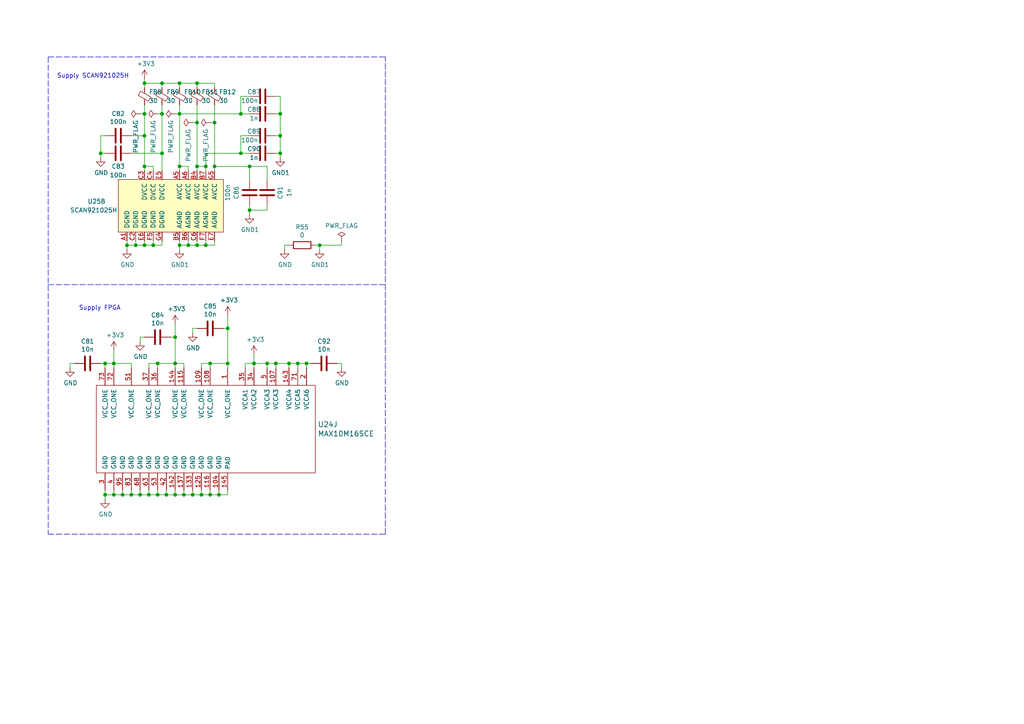
<source format=kicad_sch>
(kicad_sch (version 20250114) (generator "eeschema") (generator_version "9.0")
  (paper "A4")
  (title_block (title "TDS Transmitter -  FPGA Power") (date "2025-02-17") (company "(C) 2025 ETH Zurich, Y. Acremann") (comment 1 "License:  GNU public license v. 3.0"))
  (lib_symbols
    (symbol "Device:C" (pin_numbers (hide yes)) (pin_names (offset 0.254))
      (property "Reference" "C" (at 0.635 2.54 0))
      (property "Value" "Device_C" (at 0.635 -2.54 0))
      (symbol "C_0_1"
        (polyline (pts (xy -2.032 0.762) (xy 2.032 0.762)) (stroke (width 0.508)))
        (polyline (pts (xy -2.032 -0.762) (xy 2.032 -0.762)) (stroke (width 0.508)))
      )
      (symbol "C_1_1"
        (pin passive line (at 0 3.81 270) (length 2.794) (name "~") (number "1"))
        (pin passive line (at 0 -3.81 90) (length 2.794) (name "~") (number "2"))
      )
    )
    (symbol "Device:Ferrite_Bead_Small" (pin_numbers (hide yes)) (pin_names (offset 0))
      (property "Reference" "FB" (at 1.905 1.27 0))
      (property "Value" "Device_Ferrite_Bead_Small" (at 1.905 -1.27 0))
      (symbol "Ferrite_Bead_Small_0_1"
        (polyline (pts (xy -1.8288 0.2794) (xy -1.1176 1.4986) (xy 1.8288 -0.2032) (xy 1.1176 -1.4224) (xy -1.8288 0.2794)))
        (polyline (pts (xy 0 0.889) (xy 0 1.2954)))
        (polyline (pts (xy 0 -1.27) (xy 0 -0.7874)))
      )
      (symbol "Ferrite_Bead_Small_1_1"
        (pin passive line (at 0 2.54 270) (length 1.27) (name "~") (number "1"))
        (pin passive line (at 0 -2.54 90) (length 1.27) (name "~") (number "2"))
      )
    )
    (symbol "Device:R" (pin_numbers (hide yes)) (pin_names (offset 0))
      (property "Reference" "R" (at 2.032 0 90))
      (property "Value" "Device_R" (at 0 0 90))
      (symbol "R_0_1"
        (rectangle (start -1.016 -2.54) (end 1.016 2.54) (stroke (width 0.254)))
      )
      (symbol "R_1_1"
        (pin passive line (at 0 3.81 270) (length 1.27) (name "~") (number "1"))
        (pin passive line (at 0 -3.81 90) (length 1.27) (name "~") (number "2"))
      )
    )
    (symbol "Intel-Max10-FPGA:MAX10M16SCE" (pin_names (offset 1.016))
      (property "Reference" "U" (at 0 0 0))
      (property "Value" "MAX10M16SCE" (at -1.27 2.54 0))
      (symbol "MAX10M16SCE_1_0"
        (rectangle (start -16.51 8.89) (end 21.59 -15.24))
        (text "Config" (at -12.7 10.16 0) (effects (font (size 1.4986 1.4986))))
      )
      (symbol "MAX10M16SCE_1_1"
        (pin input line (at -21.59 6.35 0) (length 5.08) (name "TCK") (number "18"))
        (pin output line (at -21.59 3.81 0) (length 5.08) (name "TDO") (number "20"))
        (pin input line (at -21.59 1.27 0) (length 5.08) (name "TMS") (number "16"))
        (pin input line (at -21.59 -1.27 0) (length 5.08) (name "TDI") (number "19"))
        (pin input line (at -21.59 -7.62 0) (length 5.08) (name "DEV_OE") (number "122"))
        (pin input line (at -21.59 -10.16 0) (length 5.08) (name "DEV_CLRn") (number "121"))
        (pin bidirectional line (at 26.67 6.35 180) (length 5.08) (name "JTAGEN") (number "15"))
        (pin tri_state line (at 26.67 1.27 180) (length 5.08) (name "nSTATUS") (number "136"))
        (pin tri_state line (at 26.67 -1.27 180) (length 5.08) (name "CONF_DONE") (number "138"))
        (pin tri_state line (at 26.67 -3.81 180) (length 5.08) (name "nCONFIG") (number "129"))
        (pin input line (at 26.67 -10.16 180) (length 5.08) (name "CONFIG_SEL") (number "126"))
        (pin bidirectional line (at 26.67 -12.7 180) (length 5.08) (name "CRC_ERROR") (number "134"))
      )
      (symbol "MAX10M16SCE_2_0"
        (text "Bank 1" (at 6.35 21.59 0) (effects (font (size 1.4986 1.4986))))
      )
      (symbol "MAX10M16SCE_2_1"
        (rectangle (start -12.7 20.32) (end 11.43 -12.7))
        (pin power_in line (at -10.16 25.4 270) (length 5.08) (name "VCCIO1B") (number "23"))
        (pin power_in line (at -6.35 25.4 270) (length 5.08) (name "VCCIO1A") (number "9"))
        (pin passive line (at -1.27 25.4 270) (length 5.08) (name "VREFB1N0") (number "17"))
        (pin bidirectional line (at 16.51 19.05 180) (length 5.08) (name "IO") (number "6"))
        (pin bidirectional line (at 16.51 16.51 180) (length 5.08) (name "IO") (number "7"))
        (pin bidirectional line (at 16.51 13.97 180) (length 5.08) (name "IO") (number "8"))
        (pin bidirectional line (at 16.51 11.43 180) (length 5.08) (name "IO") (number "10"))
        (pin bidirectional line (at 16.51 8.89 180) (length 5.08) (name "IO") (number "11"))
        (pin bidirectional line (at 16.51 6.35 180) (length 5.08) (name "IO") (number "12"))
        (pin bidirectional line (at 16.51 3.81 180) (length 5.08) (name "IO") (number "13"))
        (pin bidirectional line (at 16.51 1.27 180) (length 5.08) (name "IO") (number "14"))
        (pin bidirectional line (at 16.51 -3.81 180) (length 5.08) (name "IO") (number "21"))
        (pin bidirectional line (at 16.51 -6.35 180) (length 5.08) (name "IO") (number "22"))
        (pin bidirectional line (at 16.51 -8.89 180) (length 5.08) (name "IO") (number "24"))
        (pin bidirectional line (at 16.51 -11.43 180) (length 5.08) (name "IO") (number "25"))
      )
      (symbol "MAX10M16SCE_3_0"
        (rectangle (start -11.43 16.51) (end 27.94 -8.89))
        (text "Bank2" (at 17.78 17.78 0) (effects (font (size 1.4986 1.4986))))
      )
      (symbol "MAX10M16SCE_3_1"
        (pin power_in line (at -3.81 21.59 270) (length 5.08) (name "VCCIO2") (number "31"))
        (pin passive line (at 1.27 21.59 270) (length 5.08) (name "VREFB2N0") (number "30"))
        (pin bidirectional line (at 33.02 6.35 180) (length 5.08) (name "IO/CLK0n") (number "26"))
        (pin bidirectional line (at 33.02 3.81 180) (length 5.08) (name "IO/CLK0p") (number "27"))
        (pin bidirectional line (at 33.02 1.27 180) (length 5.08) (name "IO/CLK1n") (number "28"))
        (pin bidirectional line (at 33.02 -1.27 180) (length 5.08) (name "IO/CLK1p") (number "29"))
        (pin bidirectional line (at 33.02 -3.81 180) (length 5.08) (name "IO/PLL_L_CLKOUTn") (number "32"))
        (pin bidirectional line (at 33.02 -6.35 180) (length 5.08) (name "IO/PLL_L_CLKOUTp") (number "33"))
      )
      (symbol "MAX10M16SCE_4_0"
        (rectangle (start -12.7 17.78) (end 12.7 -27.94))
        (text "Bank3" (at 7.62 19.05 0) (effects (font (size 1.4986 1.4986))))
      )
      (symbol "MAX10M16SCE_4_1"
        (pin power_in line (at -7.62 22.86 270) (length 5.08) (name "VCCIO3") (number "49"))
        (pin power_in line (at -5.08 22.86 270) (length 5.08) (name "VCCIO3") (number "40"))
        (pin passive line (at 2.54 22.86 270) (length 5.08) (name "VREFN3N0") (number "48"))
        (pin bidirectional line (at 17.78 15.24 180) (length 5.08) (name "IO") (number "38"))
        (pin bidirectional line (at 17.78 12.7 180) (length 5.08) (name "IO") (number "39"))
        (pin bidirectional line (at 17.78 10.16 180) (length 5.08) (name "IO") (number "41"))
        (pin bidirectional line (at 17.78 7.62 180) (length 5.08) (name "IO") (number "43"))
        (pin bidirectional line (at 17.78 5.08 180) (length 5.08) (name "IO") (number "44"))
        (pin bidirectional line (at 17.78 2.54 180) (length 5.08) (name "IO") (number "45"))
        (pin bidirectional line (at 17.78 0 180) (length 5.08) (name "IO") (number "46"))
        (pin bidirectional line (at 17.78 -2.54 180) (length 5.08) (name "IO") (number "47"))
        (pin bidirectional line (at 17.78 -5.08 180) (length 5.08) (name "IO") (number "50"))
        (pin bidirectional line (at 17.78 -7.62 180) (length 5.08) (name "IO") (number "52"))
        (pin bidirectional line (at 17.78 -10.16 180) (length 5.08) (name "IO") (number "54"))
        (pin bidirectional line (at 17.78 -12.7 180) (length 5.08) (name "IO/CLK6n") (number "55"))
        (pin bidirectional line (at 17.78 -15.24 180) (length 5.08) (name "IO/CLK6p") (number "56"))
        (pin bidirectional line (at 17.78 -17.78 180) (length 5.08) (name "IO/CLK7n") (number "57"))
        (pin bidirectional line (at 17.78 -20.32 180) (length 5.08) (name "IO/CLK7p") (number "58"))
        (pin bidirectional line (at 17.78 -22.86 180) (length 5.08) (name "IO") (number "59"))
        (pin bidirectional line (at 17.78 -25.4 180) (length 5.08) (name "IO") (number "60"))
      )
      (symbol "MAX10M16SCE_5_0"
        (rectangle (start -10.16 16.51) (end 13.97 -2.54))
        (text "Bank4" (at 8.89 17.78 0) (effects (font (size 1.4986 1.4986))))
      )
      (symbol "MAX10M16SCE_5_1"
        (pin power_in line (at -2.54 21.59 270) (length 5.08) (name "VCCIO4") (number "67"))
        (pin passive line (at 3.81 21.59 270) (length 5.08) (name "VREFB4N0") (number "61"))
        (pin bidirectional line (at 19.05 13.97 180) (length 5.08) (name "IO") (number "62"))
        (pin bidirectional line (at 19.05 11.43 180) (length 5.08) (name "IO") (number "64"))
        (pin bidirectional line (at 19.05 8.89 180) (length 5.08) (name "IO") (number "65"))
        (pin bidirectional line (at 19.05 6.35 180) (length 5.08) (name "IO") (number "66"))
        (pin bidirectional line (at 19.05 3.81 180) (length 5.08) (name "IO") (number "69"))
        (pin bidirectional line (at 19.05 1.27 180) (length 5.08) (name "IO") (number "70"))
      )
      (symbol "MAX10M16SCE_6_0"
        (rectangle (start -13.97 19.05) (end 11.43 -13.97))
        (text "Bank5" (at 7.62 20.32 0) (effects (font (size 1.4986 1.4986))))
      )
      (symbol "MAX10M16SCE_6_1"
        (pin power_in line (at -11.43 24.13 270) (length 5.08) (name "VCCIO5") (number "82"))
        (pin passive line (at -6.35 24.13 270) (length 5.08) (name "VREFB5N0") (number "80"))
        (pin bidirectional line (at 16.51 15.24 180) (length 5.08) (name "IO/RUP") (number "75"))
        (pin bidirectional line (at 16.51 12.7 180) (length 5.08) (name "IO") (number "74"))
        (pin bidirectional line (at 16.51 10.16 180) (length 5.08) (name "IO/RDN") (number "77"))
        (pin bidirectional line (at 16.51 7.62 180) (length 5.08) (name "IO") (number "76"))
        (pin bidirectional line (at 16.51 5.08 180) (length 5.08) (name "IO") (number "79"))
        (pin bidirectional line (at 16.51 2.54 180) (length 5.08) (name "IO") (number "78"))
        (pin bidirectional line (at 16.51 0 180) (length 5.08) (name "IO") (number "81"))
        (pin bidirectional line (at 16.51 -2.54 180) (length 5.08) (name "IO") (number "85"))
        (pin bidirectional line (at 16.51 -5.08 180) (length 5.08) (name "IO") (number "84"))
        (pin bidirectional line (at 16.51 -7.62 180) (length 5.08) (name "IO") (number "87"))
        (pin bidirectional line (at 16.51 -10.16 180) (length 5.08) (name "IO") (number "86"))
      )
      (symbol "MAX10M16SCE_7_0"
        (rectangle (start -11.43 22.86) (end 20.32 -15.24))
        (text "Bank6" (at 16.51 24.13 0) (effects (font (size 1.4986 1.4986))))
      )
      (symbol "MAX10M16SCE_7_1"
        (pin power_in line (at -5.08 27.94 270) (length 5.08) (name "VCCIO6") (number "94"))
        (pin power_in line (at -2.54 27.94 270) (length 5.08) (name "VCCIO6") (number "103"))
        (pin passive line (at 6.35 27.94 270) (length 5.08) (name "VREFB6N0") (number "97"))
        (pin bidirectional line (at 25.4 20.32 180) (length 5.08) (name "IO/CLK2p") (number "88"))
        (pin bidirectional line (at 25.4 17.78 180) (length 5.08) (name "IO/CLK2n") (number "89"))
        (pin bidirectional line (at 25.4 15.24 180) (length 5.08) (name "IO/CLK3p") (number "90"))
        (pin bidirectional line (at 25.4 12.7 180) (length 5.08) (name "IO/CLK3n") (number "91"))
        (pin bidirectional line (at 25.4 10.16 180) (length 5.08) (name "IO") (number "92"))
        (pin bidirectional line (at 25.4 7.62 180) (length 5.08) (name "IO") (number "93"))
        (pin bidirectional line (at 25.4 5.08 180) (length 5.08) (name "IO/DPCLK3") (number "96"))
        (pin bidirectional line (at 25.4 2.54 180) (length 5.08) (name "IO/DPCLK2") (number "98"))
        (pin bidirectional line (at 25.4 0 180) (length 5.08) (name "IO") (number "99"))
        (pin bidirectional line (at 25.4 -2.54 180) (length 5.08) (name "IO") (number "100"))
        (pin bidirectional line (at 25.4 -5.08 180) (length 5.08) (name "IO") (number "101"))
        (pin bidirectional line (at 25.4 -7.62 180) (length 5.08) (name "IO") (number "102"))
        (pin bidirectional line (at 25.4 -10.16 180) (length 5.08) (name "IO") (number "105"))
        (pin bidirectional line (at 25.4 -12.7 180) (length 5.08) (name "IO") (number "106"))
      )
      (symbol "MAX10M16SCE_8_0"
        (rectangle (start -11.43 16.51) (end 12.7 -8.89))
        (text "Bank7" (at 8.89 17.78 0) (effects (font (size 1.4986 1.4986))))
      )
      (symbol "MAX10M16SCE_8_1"
        (pin power_in line (at -2.54 21.59 270) (length 5.08) (name "VCCIO7") (number "117"))
        (pin passive line (at 3.81 21.59 270) (length 5.08) (name "VREFB7N0") (number "112"))
        (pin bidirectional line (at 17.78 6.35 180) (length 5.08) (name "IO") (number "110"))
        (pin bidirectional line (at 17.78 3.81 180) (length 5.08) (name "IO") (number "111"))
        (pin bidirectional line (at 17.78 1.27 180) (length 5.08) (name "IO") (number "113"))
        (pin bidirectional line (at 17.78 -1.27 180) (length 5.08) (name "IO") (number "114"))
        (pin bidirectional line (at 17.78 -3.81 180) (length 5.08) (name "IO") (number "118"))
        (pin bidirectional line (at 17.78 -6.35 180) (length 5.08) (name "IO") (number "119"))
      )
      (symbol "MAX10M16SCE_9_0"
        (rectangle (start -11.43 15.24) (end 13.97 -15.24))
        (text "Bank8" (at 10.16 16.51 0) (effects (font (size 1.4986 1.4986))))
      )
      (symbol "MAX10M16SCE_9_1"
        (pin power_in line (at -6.35 20.32 270) (length 5.08) (name "VCCIO8") (number "128"))
        (pin power_in line (at -1.27 20.32 270) (length 5.08) (name "VCCIO8") (number "139"))
        (pin passive line (at 3.81 20.32 270) (length 5.08) (name "VREFB8N0") (number "123"))
        (pin bidirectional line (at 19.05 10.16 180) (length 5.08) (name "IO") (number "120"))
        (pin bidirectional line (at 19.05 7.62 180) (length 5.08) (name "IO") (number "124"))
        (pin bidirectional line (at 19.05 5.08 180) (length 5.08) (name "IO") (number "127"))
        (pin bidirectional line (at 19.05 2.54 180) (length 5.08) (name "IO") (number "130"))
        (pin bidirectional line (at 19.05 0 180) (length 5.08) (name "IO") (number "131"))
        (pin bidirectional line (at 19.05 -2.54 180) (length 5.08) (name "IO") (number "132"))
        (pin bidirectional line (at 19.05 -5.08 180) (length 5.08) (name "IO") (number "135"))
        (pin bidirectional line (at 19.05 -7.62 180) (length 5.08) (name "IO") (number "140"))
        (pin bidirectional line (at 19.05 -10.16 180) (length 5.08) (name "IO") (number "141"))
      )
      (symbol "MAX10M16SCE_10_1"
        (rectangle (start -12.7 16.51) (end 50.8 -8.89))
        (pin power_in line (at -10.16 21.59 270) (length 5.08) (name "VCC_ONE") (number "73"))
        (pin power_in line (at -10.16 -13.97 90) (length 5.08) (name "GND") (number "3"))
        (pin power_in line (at -7.62 21.59 270) (length 5.08) (name "VCC_ONE") (number "72"))
        (pin power_in line (at -7.62 -13.97 90) (length 5.08) (name "GND") (number "4"))
        (pin power_in line (at -5.08 -13.97 90) (length 5.08) (name "GND") (number "95"))
        (pin power_in line (at -2.54 21.59 270) (length 5.08) (name "VCC_ONE") (number "51"))
        (pin power_in line (at -2.54 -13.97 90) (length 5.08) (name "GND") (number "83"))
        (pin power_in line (at 0 -13.97 90) (length 5.08) (name "GND") (number "68"))
        (pin power_in line (at 2.54 21.59 270) (length 5.08) (name "VCC_ONE") (number "37"))
        (pin power_in line (at 2.54 -13.97 90) (length 5.08) (name "GND") (number "63"))
        (pin power_in line (at 5.08 21.59 270) (length 5.08) (name "VCC_ONE") (number "36"))
        (pin power_in line (at 5.08 -13.97 90) (length 5.08) (name "GND") (number "53"))
        (pin power_in line (at 7.62 -13.97 90) (length 5.08) (name "GND") (number "42"))
        (pin power_in line (at 10.16 21.59 270) (length 5.08) (name "VCC_ONE") (number "144"))
        (pin power_in line (at 10.16 -13.97 90) (length 5.08) (name "GND") (number "142"))
        (pin power_in line (at 12.7 21.59 270) (length 5.08) (name "VCC_ONE") (number "115"))
        (pin power_in line (at 12.7 -13.97 90) (length 5.08) (name "GND") (number "137"))
        (pin power_in line (at 15.24 -13.97 90) (length 5.08) (name "GND") (number "133"))
        (pin power_in line (at 17.78 21.59 270) (length 5.08) (name "VCC_ONE") (number "109"))
        (pin power_in line (at 17.78 -13.97 90) (length 5.08) (name "GND") (number "125"))
        (pin power_in line (at 20.32 21.59 270) (length 5.08) (name "VCC_ONE") (number "108"))
        (pin power_in line (at 20.32 -13.97 90) (length 5.08) (name "GND") (number "116"))
        (pin power_in line (at 22.86 -13.97 90) (length 5.08) (name "GND") (number "104"))
        (pin power_in line (at 25.4 21.59 270) (length 5.08) (name "VCC_ONE") (number "1"))
        (pin power_in line (at 25.4 -13.97 90) (length 5.08) (name "PAD") (number "145"))
        (pin power_in line (at 30.48 21.59 270) (length 5.08) (name "VCCA1") (number "35"))
        (pin power_in line (at 33.02 21.59 270) (length 5.08) (name "VCCA2") (number "34"))
        (pin power_in line (at 36.83 21.59 270) (length 5.08) (name "VCCA3") (number "5"))
        (pin power_in line (at 39.37 21.59 270) (length 5.08) (name "VCCA3") (number "107"))
        (pin power_in line (at 43.18 21.59 270) (length 5.08) (name "VCCA4") (number "143"))
        (pin power_in line (at 45.72 21.59 270) (length 5.08) (name "VCCA5") (number "71"))
        (pin power_in line (at 48.26 21.59 270) (length 5.08) (name "VCCA6") (number "2"))
      )
    )
    (symbol "SCAN92xxxxH:SCAN921025H" (pin_names (offset 1.016))
      (property "Reference" "U" (at 3.81 27.94 0))
      (property "Value" "SCAN921025H" (at 0 25.4 0))
      (symbol "SCAN921025H_1_1"
        (rectangle (start -8.89 24.13) (end 8.89 -24.13) (fill (type background)))
        (pin input line (at -11.43 21.59 0) (length 2.54) (name "DIN0") (number "A3"))
        (pin input line (at -11.43 19.05 0) (length 2.54) (name "DIN1") (number "B1"))
        (pin input line (at -11.43 16.51 0) (length 2.54) (name "DIN2") (number "D2"))
        (pin input line (at -11.43 13.97 0) (length 2.54) (name "DIN3") (number "C1"))
        (pin input line (at -11.43 11.43 0) (length 2.54) (name "DIN4") (number "D3"))
        (pin input line (at -11.43 8.89 0) (length 2.54) (name "DIN5") (number "D1"))
        (pin input line (at -11.43 6.35 0) (length 2.54) (name "DIN6") (number "E2"))
        (pin input line (at -11.43 3.81 0) (length 2.54) (name "DIN7") (number "E1"))
        (pin input line (at -11.43 1.27 0) (length 2.54) (name "DIN8") (number "F2"))
        (pin input line (at -11.43 -1.27 0) (length 2.54) (name "DIN9") (number "F4"))
        (pin input line (at -11.43 -6.35 0) (length 2.54) (name "TCLKR/~{F}") (number "G3"))
        (pin input line (at -11.43 -8.89 0) (length 2.54) (name "TCLK") (number "E4"))
        (pin input line (at -11.43 -13.97 0) (length 2.54) (name "~{PWRDN}") (number "C7"))
        (pin input line (at -11.43 -19.05 0) (length 2.54) (name "SYNC1") (number "A4"))
        (pin input line (at -11.43 -21.59 0) (length 2.54) (name "SYNC2") (number "B3"))
        (pin output line (at 11.43 11.43 180) (length 2.54) (name "DO+") (number "D7"))
        (pin output line (at 11.43 8.89 180) (length 2.54) (name "DO-") (number "D5"))
        (pin input line (at 11.43 -3.81 180) (length 2.54) (name "DEN") (number "D6"))
        (pin input line (at 11.43 -8.89 180) (length 2.54) (name "TDI") (number "F1"))
        (pin output line (at 11.43 -11.43 180) (length 2.54) (name "TDO") (number "G1"))
        (pin input line (at 11.43 -13.97 180) (length 2.54) (name "TMS") (number "E3"))
        (pin input line (at 11.43 -16.51 180) (length 2.54) (name "TCK") (number "F3"))
        (pin input line (at 11.43 -21.59 180) (length 2.54) (name "~{TRST}") (number "G2"))
      )
      (symbol "SCAN921025H_2_1"
        (rectangle (start -15.24 -7.62) (end 15.24 7.62) (fill (type background)))
        (pin power_in line (at -12.7 -10.16 90) (length 2.54) (name "DGND") (number "A1"))
        (pin power_in line (at -10.16 -10.16 90) (length 2.54) (name "DGND") (number "C2"))
        (pin power_in line (at -7.62 10.16 270) (length 2.54) (name "DVCC") (number "C3"))
        (pin power_in line (at -7.62 -10.16 90) (length 2.54) (name "DGND") (number "E6"))
        (pin power_in line (at -5.08 10.16 270) (length 2.54) (name "DVCC") (number "C4"))
        (pin power_in line (at -5.08 -10.16 90) (length 2.54) (name "DGND") (number "F5"))
        (pin power_in line (at -2.54 10.16 270) (length 2.54) (name "DVCC") (number "E5"))
        (pin power_in line (at -2.54 -10.16 90) (length 2.54) (name "DGND") (number "G4"))
        (pin power_in line (at 2.54 10.16 270) (length 2.54) (name "AVCC") (number "A5"))
        (pin power_in line (at 2.54 -10.16 90) (length 2.54) (name "AGND") (number "B5"))
        (pin power_in line (at 5.08 10.16 270) (length 2.54) (name "AVCC") (number "A6"))
        (pin power_in line (at 5.08 -10.16 90) (length 2.54) (name "AGND") (number "B6"))
        (pin power_in line (at 7.62 10.16 270) (length 2.54) (name "AVCC") (number "B4"))
        (pin power_in line (at 7.62 -10.16 90) (length 2.54) (name "AGND") (number "C6"))
        (pin power_in line (at 10.16 10.16 270) (length 2.54) (name "AVCC") (number "B7"))
        (pin power_in line (at 10.16 -10.16 90) (length 2.54) (name "AGND") (number "F7"))
        (pin power_in line (at 12.7 10.16 270) (length 2.54) (name "AVCC") (number "G5"))
        (pin power_in line (at 12.7 -10.16 90) (length 2.54) (name "AGND") (number "E7"))
        (pin no_connect line (at 15.24 6.35 180) (length 2.54) (hide yes) (name "N/C") (number "A2"))
        (pin no_connect line (at 15.24 5.08 180) (length 2.54) (hide yes) (name "N/C") (number "A7"))
        (pin no_connect line (at 15.24 3.81 180) (length 2.54) (hide yes) (name "N/C") (number "B2"))
        (pin no_connect line (at 15.24 2.54 180) (length 2.54) (hide yes) (name "N/C") (number "C5"))
        (pin no_connect line (at 15.24 1.27 180) (length 2.54) (hide yes) (name "N/C") (number "D4"))
        (pin no_connect line (at 15.24 0 180) (length 2.54) (hide yes) (name "N/C") (number "F6"))
        (pin no_connect line (at 15.24 -1.27 180) (length 2.54) (hide yes) (name "N/C") (number "G6"))
        (pin no_connect line (at 15.24 -2.54 180) (length 2.54) (hide yes) (name "N/C") (number "G7"))
      )
    )
    (symbol "Transmitter-rescue:GND1-power" (power) (pin_names (offset 0))
      (property "Value" "GND1-power" (at 0 -3.81 0))
      (symbol "GND1-power_0_1"
        (polyline (pts (xy 0 0) (xy 0 -1.27) (xy 1.27 -1.27) (xy 0 -2.54) (xy -1.27 -1.27) (xy 0 -1.27)))
      )
      (symbol "GND1-power_1_1"
        (pin power_in line (at 0 0 270) (length 0) (hide yes) (name "GND1") (number "1"))
      )
    )
    (symbol "power:+3.3V" (power) (pin_names (offset 0))
      (property "Value" "power_+3.3V" (at 0 3.556 0))
      (symbol "+3.3V_0_1"
        (polyline (pts (xy -0.762 1.27) (xy 0 2.54)))
        (polyline (pts (xy 0 2.54) (xy 0.762 1.27)))
        (polyline (pts (xy 0 0) (xy 0 2.54)))
      )
      (symbol "+3.3V_1_1"
        (pin power_in line (at 0 0 90) (length 0) (hide yes) (name "+3V3") (number "1"))
      )
    )
    (symbol "power:GND" (power) (pin_names (offset 0))
      (property "Value" "power_GND" (at 0 -3.81 0))
      (symbol "GND_0_1"
        (polyline (pts (xy 0 0) (xy 0 -1.27) (xy 1.27 -1.27) (xy 0 -2.54) (xy -1.27 -1.27) (xy 0 -1.27)))
      )
      (symbol "GND_1_1"
        (pin power_in line (at 0 0 270) (length 0) (hide yes) (name "GND") (number "1"))
      )
    )
    (symbol "power:PWR_FLAG" (power) (pin_numbers (hide yes)) (pin_names (offset 0) (hide yes))
      (property "Value" "power_PWR_FLAG" (at 0 3.81 0))
      (symbol "PWR_FLAG_0_0"
        (pin power_out line (at 0 0 90) (length 0) (name "pwr") (number "1"))
      )
      (symbol "PWR_FLAG_0_1"
        (polyline (pts (xy 0 0) (xy 0 1.27) (xy -1.016 1.905) (xy 0 2.54) (xy 1.016 1.905) (xy 0 1.27)))
      )
    )
  )
  (text "Supply FPGA\n" (at 22.86 90.17 0) (effects (font (size 1.27 1.27)) (justify left bottom)))
  (text "Supply SCAN921025H\n" (at 16.51 22.86 0) (effects (font (size 1.27 1.27)) (justify left bottom)))
  (junction (at 48.26 143.51))
  (junction (at 30.48 105.41))
  (junction (at 50.8 97.79))
  (junction (at 45.72 105.41))
  (junction (at 57.15 71.12))
  (junction (at 39.37 71.12))
  (junction (at 55.88 143.51))
  (junction (at 57.15 35.56))
  (junction (at 66.04 95.25))
  (junction (at 60.96 105.41))
  (junction (at 35.56 143.51))
  (junction (at 69.85 44.45))
  (junction (at 46.99 44.45))
  (junction (at 54.61 71.12))
  (junction (at 72.39 48.26))
  (junction (at 41.91 39.37))
  (junction (at 40.64 143.51))
  (junction (at 41.91 48.26))
  (junction (at 88.9 105.41))
  (junction (at 57.15 48.26))
  (junction (at 62.23 35.56))
  (junction (at 45.72 143.51))
  (junction (at 38.1 143.51))
  (junction (at 46.99 33.02))
  (junction (at 81.28 33.02))
  (junction (at 57.15 24.13))
  (junction (at 66.04 105.41))
  (junction (at 43.18 143.51))
  (junction (at 86.36 105.41))
  (junction (at 52.07 71.12))
  (junction (at 62.23 48.26))
  (junction (at 33.02 105.41))
  (junction (at 50.8 143.51))
  (junction (at 81.28 39.37))
  (junction (at 58.42 143.51))
  (junction (at 36.83 71.12))
  (junction (at 59.69 48.26))
  (junction (at 50.8 105.41))
  (junction (at 60.96 143.51))
  (junction (at 63.5 143.51))
  (junction (at 41.91 33.02))
  (junction (at 41.91 24.13))
  (junction (at 73.66 105.41))
  (junction (at 72.39 60.96))
  (junction (at 77.47 105.41))
  (junction (at 46.99 24.13))
  (junction (at 69.85 33.02))
  (junction (at 29.21 44.45))
  (junction (at 44.45 71.12))
  (junction (at 52.07 48.26))
  (junction (at 92.71 71.12))
  (junction (at 30.48 143.51))
  (junction (at 81.28 44.45))
  (junction (at 53.34 143.51))
  (junction (at 52.07 33.02))
  (junction (at 41.91 71.12))
  (junction (at 52.07 24.13))
  (junction (at 59.69 71.12))
  (junction (at 33.02 143.51))
  (junction (at 83.82 105.41))
  (junction (at 80.01 105.41))
  (wire (pts (xy 39.37 71.12) (xy 41.91 71.12)))
  (wire (pts (xy 46.99 33.02) (xy 46.99 44.45)))
  (wire (pts (xy 81.28 39.37) (xy 81.28 44.45)))
  (wire (pts (xy 52.07 24.13) (xy 57.15 24.13)))
  (wire (pts (xy 41.91 39.37) (xy 38.1 39.37)))
  (wire (pts (xy 77.47 48.26) (xy 72.39 48.26)))
  (wire (pts (xy 20.32 105.41) (xy 20.32 106.68)))
  (wire (pts (xy 63.5 142.24) (xy 63.5 143.51)))
  (wire (pts (xy 59.69 71.12) (xy 62.23 71.12)))
  (wire (pts (xy 41.91 48.26) (xy 41.91 39.37)))
  (wire (pts (xy 43.18 142.24) (xy 43.18 143.51)))
  (wire (pts (xy 30.48 143.51) (xy 30.48 144.78)))
  (wire (pts (xy 72.39 60.96) (xy 72.39 62.23)))
  (wire (pts (xy 73.66 106.68) (xy 73.66 105.41)))
  (wire (pts (xy 82.55 71.12) (xy 82.55 72.39)))
  (wire (pts (xy 52.07 30.48) (xy 52.07 33.02)))
  (wire (pts (xy 72.39 48.26) (xy 62.23 48.26)))
  (wire (pts (xy 83.82 71.12) (xy 82.55 71.12)))
  (wire (pts (xy 52.07 71.12) (xy 52.07 69.85)))
  (wire (pts (xy 45.72 143.51) (xy 45.72 142.24)))
  (wire (pts (xy 58.42 143.51) (xy 55.88 143.51)))
  (wire (pts (xy 81.28 45.72) (xy 81.28 44.45)))
  (wire (pts (xy 43.18 106.68) (xy 43.18 105.41)))
  (wire (pts (xy 81.28 33.02) (xy 80.01 33.02)))
  (wire (pts (xy 41.91 71.12) (xy 41.91 69.85)))
  (wire (pts (xy 83.82 106.68) (xy 83.82 105.41)))
  (wire (pts (xy 33.02 142.24) (xy 33.02 143.51)))
  (wire (pts (xy 80.01 106.68) (xy 80.01 105.41)))
  (wire (pts (xy 36.83 71.12) (xy 39.37 71.12)))
  (wire (pts (xy 33.02 143.51) (xy 30.48 143.51)))
  (wire (pts (xy 53.34 142.24) (xy 53.34 143.51)))
  (wire (pts (xy 72.39 39.37) (xy 69.85 39.37)))
  (wire (pts (xy 71.12 106.68) (xy 71.12 105.41)))
  (wire (pts (xy 38.1 44.45) (xy 46.99 44.45)))
  (wire (pts (xy 62.23 48.26) (xy 62.23 49.53)))
  (wire (pts (xy 66.04 142.24) (xy 66.04 143.51)))
  (wire (pts (xy 50.8 105.41) (xy 53.34 105.41)))
  (wire (pts (xy 83.82 105.41) (xy 86.36 105.41)))
  (wire (pts (xy 80.01 39.37) (xy 81.28 39.37)))
  (wire (pts (xy 40.64 97.79) (xy 40.64 99.06)))
  (wire (pts (xy 38.1 105.41) (xy 38.1 106.68)))
  (wire (pts (xy 41.91 24.13) (xy 46.99 24.13)))
  (wire (pts (xy 59.69 48.26) (xy 59.69 49.53)))
  (wire (pts (xy 55.88 95.25) (xy 55.88 96.52)))
  (wire (pts (xy 30.48 142.24) (xy 30.48 143.51)))
  (wire (pts (xy 99.06 69.85) (xy 99.06 71.12)))
  (wire (pts (xy 50.8 143.51) (xy 48.26 143.51)))
  (wire (pts (xy 39.37 69.85) (xy 39.37 71.12)))
  (wire (pts (xy 57.15 48.26) (xy 59.69 48.26)))
  (wire (pts (xy 57.15 48.26) (xy 57.15 49.53)))
  (wire (pts (xy 41.91 30.48) (xy 41.91 33.02)))
  (wire (pts (xy 72.39 48.26) (xy 72.39 52.07)))
  (wire (pts (xy 58.42 106.68) (xy 58.42 105.41)))
  (wire (pts (xy 77.47 105.41) (xy 80.01 105.41)))
  (wire (pts (xy 77.47 106.68) (xy 77.47 105.41)))
  (wire (pts (xy 41.91 22.86) (xy 41.91 24.13)))
  (wire (pts (xy 66.04 91.44) (xy 66.04 95.25)))
  (wire (pts (xy 43.18 143.51) (xy 40.64 143.51)))
  (wire (pts (xy 66.04 105.41) (xy 66.04 106.68)))
  (wire (pts (xy 57.15 71.12) (xy 59.69 71.12)))
  (wire (pts (xy 46.99 24.13) (xy 46.99 25.4)))
  (wire (pts (xy 48.26 143.51) (xy 45.72 143.51)))
  (wire (pts (xy 80.01 27.94) (xy 81.28 27.94)))
  (wire (pts (xy 59.69 69.85) (xy 59.69 71.12)))
  (wire (pts (xy 53.34 143.51) (xy 50.8 143.51)))
  (wire (pts (xy 92.71 71.12) (xy 92.71 72.39)))
  (wire (pts (xy 86.36 105.41) (xy 88.9 105.41)))
  (wire (pts (xy 21.59 105.41) (xy 20.32 105.41)))
  (wire (pts (xy 46.99 71.12) (xy 46.99 69.85)))
  (wire (pts (xy 81.28 44.45) (xy 80.01 44.45)))
  (wire (pts (xy 54.61 48.26) (xy 52.07 48.26)))
  (wire (pts (xy 60.96 106.68) (xy 60.96 105.41)))
  (wire (pts (xy 35.56 143.51) (xy 35.56 142.24)))
  (wire (pts (xy 43.18 105.41) (xy 45.72 105.41)))
  (wire (pts (xy 40.64 143.51) (xy 40.64 142.24)))
  (wire (pts (xy 29.21 44.45) (xy 29.21 45.72)))
  (wire (pts (xy 57.15 95.25) (xy 55.88 95.25)))
  (wire (pts (xy 69.85 27.94) (xy 69.85 33.02)))
  (wire (pts (xy 57.15 24.13) (xy 62.23 24.13)))
  (wire (pts (xy 57.15 24.13) (xy 57.15 25.4)))
  (wire (pts (xy 41.91 97.79) (xy 40.64 97.79)))
  (wire (pts (xy 55.88 143.51) (xy 53.34 143.51)))
  (wire (pts (xy 77.47 48.26) (xy 77.47 52.07)))
  (wire (pts (xy 91.44 71.12) (xy 92.71 71.12)))
  (wire (pts (xy 72.39 59.69) (xy 72.39 60.96)))
  (wire (pts (xy 46.99 24.13) (xy 52.07 24.13)))
  (wire (pts (xy 64.77 95.25) (xy 66.04 95.25)))
  (wire (pts (xy 57.15 69.85) (xy 57.15 71.12)))
  (wire (pts (xy 62.23 24.13) (xy 62.23 25.4)))
  (wire (pts (xy 69.85 39.37) (xy 69.85 44.45)))
  (wire (pts (xy 81.28 39.37) (xy 81.28 33.02)))
  (wire (pts (xy 62.23 35.56) (xy 62.23 48.26)))
  (wire (pts (xy 30.48 105.41) (xy 33.02 105.41)))
  (wire (pts (xy 54.61 49.53) (xy 54.61 48.26)))
  (wire (pts (xy 81.28 27.94) (xy 81.28 33.02)))
  (wire (pts (xy 71.12 105.41) (xy 73.66 105.41)))
  (wire (pts (xy 88.9 105.41) (xy 90.17 105.41)))
  (wire (pts (xy 48.26 142.24) (xy 48.26 143.51)))
  (wire (pts (xy 57.15 35.56) (xy 55.88 35.56)))
  (polyline (pts (xy 13.97 16.51) (xy 111.76 16.51)) (stroke (width 0) (type dash)))
  (wire (pts (xy 38.1 142.24) (xy 38.1 143.51)))
  (polyline (pts (xy 13.97 16.51) (xy 13.97 154.94)) (stroke (width 0) (type dash)))
  (wire (pts (xy 52.07 72.39) (xy 52.07 71.12)))
  (wire (pts (xy 30.48 39.37) (xy 29.21 39.37)))
  (wire (pts (xy 52.07 71.12) (xy 54.61 71.12)))
  (wire (pts (xy 50.8 33.02) (xy 52.07 33.02)))
  (wire (pts (xy 52.07 33.02) (xy 52.07 48.26)))
  (wire (pts (xy 60.96 143.51) (xy 58.42 143.51)))
  (wire (pts (xy 44.45 49.53) (xy 44.45 48.26)))
  (wire (pts (xy 54.61 69.85) (xy 54.61 71.12)))
  (wire (pts (xy 44.45 48.26) (xy 41.91 48.26)))
  (wire (pts (xy 46.99 30.48) (xy 46.99 33.02)))
  (wire (pts (xy 69.85 33.02) (xy 72.39 33.02)))
  (wire (pts (xy 33.02 101.6) (xy 33.02 105.41)))
  (wire (pts (xy 40.64 33.02) (xy 41.91 33.02)))
  (wire (pts (xy 72.39 27.94) (xy 69.85 27.94)))
  (wire (pts (xy 52.07 33.02) (xy 69.85 33.02)))
  (wire (pts (xy 29.21 39.37) (xy 29.21 44.45)))
  (wire (pts (xy 36.83 72.39) (xy 36.83 71.12)))
  (wire (pts (xy 66.04 95.25) (xy 66.04 105.41)))
  (wire (pts (xy 44.45 69.85) (xy 44.45 71.12)))
  (wire (pts (xy 45.72 106.68) (xy 45.72 105.41)))
  (wire (pts (xy 50.8 97.79) (xy 49.53 97.79)))
  (wire (pts (xy 99.06 105.41) (xy 97.79 105.41)))
  (wire (pts (xy 86.36 106.68) (xy 86.36 105.41)))
  (wire (pts (xy 38.1 143.51) (xy 35.56 143.51)))
  (wire (pts (xy 40.64 143.51) (xy 38.1 143.51)))
  (wire (pts (xy 80.01 105.41) (xy 83.82 105.41)))
  (wire (pts (xy 60.96 143.51) (xy 60.96 142.24)))
  (wire (pts (xy 30.48 105.41) (xy 30.48 106.68)))
  (wire (pts (xy 60.96 35.56) (xy 62.23 35.56)))
  (wire (pts (xy 57.15 35.56) (xy 57.15 48.26)))
  (polyline (pts (xy 13.97 154.94) (xy 111.76 154.94)) (stroke (width 0) (type dash)))
  (wire (pts (xy 57.15 30.48) (xy 57.15 35.56)))
  (wire (pts (xy 41.91 33.02) (xy 41.91 39.37)))
  (wire (pts (xy 30.48 44.45) (xy 29.21 44.45)))
  (wire (pts (xy 66.04 143.51) (xy 63.5 143.51)))
  (wire (pts (xy 60.96 105.41) (xy 66.04 105.41)))
  (wire (pts (xy 73.66 102.87) (xy 73.66 105.41)))
  (wire (pts (xy 36.83 71.12) (xy 36.83 69.85)))
  (wire (pts (xy 77.47 60.96) (xy 77.47 59.69)))
  (wire (pts (xy 62.23 71.12) (xy 62.23 69.85)))
  (wire (pts (xy 41.91 24.13) (xy 41.91 25.4)))
  (wire (pts (xy 45.72 105.41) (xy 50.8 105.41)))
  (wire (pts (xy 41.91 49.53) (xy 41.91 48.26)))
  (wire (pts (xy 46.99 44.45) (xy 46.99 49.53)))
  (wire (pts (xy 53.34 105.41) (xy 53.34 106.68)))
  (wire (pts (xy 35.56 143.51) (xy 33.02 143.51)))
  (wire (pts (xy 99.06 106.68) (xy 99.06 105.41)))
  (wire (pts (xy 45.72 33.02) (xy 46.99 33.02)))
  (wire (pts (xy 69.85 44.45) (xy 59.69 44.45)))
  (wire (pts (xy 33.02 105.41) (xy 38.1 105.41)))
  (wire (pts (xy 58.42 105.41) (xy 60.96 105.41)))
  (wire (pts (xy 44.45 71.12) (xy 46.99 71.12)))
  (wire (pts (xy 88.9 106.68) (xy 88.9 105.41)))
  (wire (pts (xy 58.42 142.24) (xy 58.42 143.51)))
  (wire (pts (xy 62.23 30.48) (xy 62.23 35.56)))
  (wire (pts (xy 72.39 44.45) (xy 69.85 44.45)))
  (wire (pts (xy 72.39 60.96) (xy 77.47 60.96)))
  (polyline (pts (xy 111.76 154.94) (xy 111.76 16.51)) (stroke (width 0) (type dash)))
  (wire (pts (xy 50.8 105.41) (xy 50.8 97.79)))
  (wire (pts (xy 50.8 143.51) (xy 50.8 142.24)))
  (wire (pts (xy 29.21 105.41) (xy 30.48 105.41)))
  (wire (pts (xy 52.07 48.26) (xy 52.07 49.53)))
  (wire (pts (xy 50.8 93.98) (xy 50.8 97.79)))
  (wire (pts (xy 55.88 143.51) (xy 55.88 142.24)))
  (wire (pts (xy 41.91 71.12) (xy 44.45 71.12)))
  (wire (pts (xy 99.06 71.12) (xy 92.71 71.12)))
  (wire (pts (xy 50.8 106.68) (xy 50.8 105.41)))
  (wire (pts (xy 54.61 71.12) (xy 57.15 71.12)))
  (wire (pts (xy 45.72 143.51) (xy 43.18 143.51)))
  (wire (pts (xy 52.07 24.13) (xy 52.07 25.4)))
  (wire (pts (xy 73.66 105.41) (xy 77.47 105.41)))
  (wire (pts (xy 33.02 105.41) (xy 33.02 106.68)))
  (wire (pts (xy 59.69 44.45) (xy 59.69 48.26)))
  (polyline (pts (xy 13.97 82.55) (xy 111.76 82.55)) (stroke (width 0) (type dash)))
  (wire (pts (xy 63.5 143.51) (xy 60.96 143.51)))
  (symbol (lib_id "power:+3.3V") (at 41.91 22.86 0) (unit 1)
    (property "Reference" "#PWR0191" (effects (hide yes)))
    (property "Value" "+3V3" (at 42.291 18.4658 0))
  )
  (symbol (lib_id "Device:C") (at 34.29 39.37 270) (unit 1)
    (property "Reference" "C82" (at 34.29 32.9692 90))
    (property "Value" "100n" (at 34.29 35.2806 90))
    (property "Footprint" "Capacitor_SMD:C_0402_1005Metric" (effects (hide yes)))
  )
  (symbol (lib_id "Device:C") (at 25.4 105.41 270) (unit 1)
    (property "Reference" "C81" (at 25.4 99.0092 90))
    (property "Value" "10n" (at 25.4 101.3206 90))
    (property "Footprint" "Capacitor_SMD:C_0603_1608Metric" (effects (hide yes)))
  )
  (symbol (lib_id "Device:C") (at 34.29 44.45 270) (unit 1)
    (property "Reference" "C83" (at 34.29 48.26 90))
    (property "Value" "100n" (at 34.29 50.8 90))
    (property "Footprint" "Capacitor_SMD:C_0402_1005Metric" (effects (hide yes)))
  )
  (symbol (lib_id "Device:C") (at 45.72 97.79 270) (unit 1)
    (property "Reference" "C84" (at 45.72 91.3892 90))
    (property "Value" "10n" (at 45.72 93.7006 90))
    (property "Footprint" "Capacitor_SMD:C_0603_1608Metric" (effects (hide yes)))
  )
  (symbol (lib_id "Device:C") (at 60.96 95.25 270) (unit 1)
    (property "Reference" "C85" (at 60.96 88.8492 90))
    (property "Value" "10n" (at 60.96 91.1606 90))
    (property "Footprint" "Capacitor_SMD:C_0603_1608Metric" (effects (hide yes)))
  )
  (symbol (lib_id "Device:C") (at 93.98 105.41 270) (unit 1)
    (property "Reference" "C92" (at 93.98 99.0092 90))
    (property "Value" "10n" (at 93.98 101.3206 90))
    (property "Footprint" "Capacitor_SMD:C_0603_1608Metric" (effects (hide yes)))
  )
  (symbol (lib_id "power:GND") (at 29.21 45.72 0) (unit 1)
    (property "Reference" "#PWR0192" (effects (hide yes)))
    (property "Value" "GND" (at 29.337 50.1142 0))
  )
  (symbol (lib_id "Device:C") (at 72.39 55.88 180) (unit 1)
    (property "Reference" "C86" (at 68.58 55.88 90))
    (property "Value" "100n" (at 66.04 55.88 90))
    (property "Footprint" "Capacitor_SMD:C_0402_1005Metric" (effects (hide yes)))
  )
  (symbol (lib_id "Device:C") (at 77.47 55.88 0) (unit 1)
    (property "Reference" "C91" (at 81.28 55.88 90))
    (property "Value" "1n" (at 83.82 55.88 90))
    (property "Footprint" "Capacitor_SMD:C_0402_1005Metric" (effects (hide yes)))
  )
  (symbol (lib_id "Device:C") (at 76.2 44.45 90) (unit 1)
    (property "Reference" "C90" (at 73.66 43.18 90))
    (property "Value" "1n" (at 73.66 45.72 90))
    (property "Footprint" "Capacitor_SMD:C_0402_1005Metric" (effects (hide yes)))
  )
  (symbol (lib_id "Device:C") (at 76.2 39.37 90) (unit 1)
    (property "Reference" "C89" (at 73.66 38.1 90))
    (property "Value" "100n" (at 72.39 40.64 90))
    (property "Footprint" "Capacitor_SMD:C_0402_1005Metric" (effects (hide yes)))
  )
  (symbol (lib_id "Device:C") (at 76.2 33.02 270) (unit 1)
    (property "Reference" "C88" (at 73.66 31.75 90))
    (property "Value" "1n" (at 73.66 34.29 90))
    (property "Footprint" "Capacitor_SMD:C_0402_1005Metric" (effects (hide yes)))
  )
  (symbol (lib_id "Device:C") (at 76.2 27.94 90) (unit 1)
    (property "Reference" "C87" (at 73.66 26.67 90))
    (property "Value" "100n" (at 72.39 29.21 90))
    (property "Footprint" "Capacitor_SMD:C_0402_1005Metric" (effects (hide yes)))
  )
  (symbol (lib_id "power:GND") (at 20.32 106.68 0) (unit 1)
    (property "Reference" "#PWR0197" (effects (hide yes)))
    (property "Value" "GND" (at 20.447 111.0742 0))
  )
  (symbol (lib_id "SCAN92xxxxH:SCAN921025H") (at 49.53 59.69 0) (unit 2)
    (property "Reference" "U25" (at 25.4 58.42 0) (effects (justify left)))
    (property "Value" "SCAN921025H" (at 20.32 60.96 0) (effects (justify left)))
    (property "Footprint" "Package_BGA2:BGA-49_7x7_7.0x7.0mm" (effects (hide yes)))
  )
  (symbol (lib_id "power:GND") (at 40.64 99.06 0) (unit 1)
    (property "Reference" "#PWR0198" (effects (hide yes)))
    (property "Value" "GND" (at 40.767 103.4542 0))
  )
  (symbol (lib_id "Transmitter-rescue:GND1-power") (at 52.07 72.39 0) (unit 1)
    (property "Reference" "#PWR0189" (effects (hide yes)))
    (property "Value" "GND1" (at 52.197 76.7842 0))
  )
  (symbol (lib_id "power:GND") (at 36.83 72.39 0) (unit 1)
    (property "Reference" "#PWR0190" (effects (hide yes)))
    (property "Value" "GND" (at 36.957 76.7842 0))
  )
  (symbol (lib_id "power:GND") (at 55.88 96.52 0) (unit 1)
    (property "Reference" "#PWR0199" (effects (hide yes)))
    (property "Value" "GND" (at 56.007 100.9142 0))
  )
  (symbol (lib_id "power:+3.3V") (at 33.02 101.6 0) (unit 1)
    (property "Reference" "#PWR0200" (effects (hide yes)))
    (property "Value" "+3V3" (at 33.401 97.2058 0))
  )
  (symbol (lib_id "Transmitter-rescue:GND1-power") (at 72.39 62.23 0) (unit 1)
    (property "Reference" "#PWR0193" (effects (hide yes)))
    (property "Value" "GND1" (at 72.517 66.6242 0))
  )
  (symbol (lib_id "power:+3.3V") (at 50.8 93.98 0) (unit 1)
    (property "Reference" "#PWR0201" (effects (hide yes)))
    (property "Value" "+3V3" (at 51.181 89.5858 0))
  )
  (symbol (lib_id "Transmitter-rescue:GND1-power") (at 81.28 45.72 0) (unit 1)
    (property "Reference" "#PWR0194" (effects (hide yes)))
    (property "Value" "GND1" (at 81.407 50.1142 0))
  )
  (symbol (lib_id "power:+3.3V") (at 66.04 91.44 0) (unit 1)
    (property "Reference" "#PWR0202" (effects (hide yes)))
    (property "Value" "+3V3" (at 66.421 87.0458 0))
  )
  (symbol (lib_id "power:+3.3V") (at 73.66 102.87 0) (unit 1)
    (property "Reference" "#PWR0203" (effects (hide yes)))
    (property "Value" "+3V3" (at 74.041 98.4758 0))
  )
  (symbol (lib_id "power:GND") (at 99.06 106.68 0) (unit 1)
    (property "Reference" "#PWR0204" (effects (hide yes)))
    (property "Value" "GND" (at 99.187 111.0742 0))
  )
  (symbol (lib_id "power:GND") (at 30.48 144.78 0) (unit 1)
    (property "Reference" "#PWR0205" (effects (hide yes)))
    (property "Value" "GND" (at 30.607 149.1742 0))
  )
  (symbol (lib_id "Device:Ferrite_Bead_Small") (at 41.91 27.94 0) (unit 1)
    (property "Reference" "FB8" (at 43.18 26.67 0) (effects (justify left)))
    (property "Value" "30" (at 43.18 29.21 0) (effects (justify left)))
    (property "Footprint" "Inductor_SMD:L_0402_1005Metric" (effects (hide yes)))
    (property "Lieferant" "Mouser" (effects (hide yes)))
    (property "Bestellnummer" "810-MPZ1005S300CT000" (effects (hide yes)))
  )
  (symbol (lib_id "Transmitter-rescue:GND1-power") (at 92.71 72.39 0) (unit 1)
    (property "Reference" "#PWR0195" (effects (hide yes)))
    (property "Value" "GND1" (at 92.837 76.7842 0))
  )
  (symbol (lib_id "power:GND") (at 82.55 72.39 0) (unit 1)
    (property "Reference" "#PWR0196" (effects (hide yes)))
    (property "Value" "GND" (at 82.677 76.7842 0))
  )
  (symbol (lib_id "Device:R") (at 87.63 71.12 270) (unit 1)
    (property "Reference" "R55" (at 87.63 65.8622 90))
    (property "Value" "0" (at 87.63 68.1736 90))
    (property "Footprint" "Resistor_SMD:R_0603_1608Metric" (effects (hide yes)))
  )
  (symbol (lib_id "Intel-Max10-FPGA:MAX10M16SCE") (at 40.64 128.27 0) (unit 10)
    (property "Reference" "U24" (at 92.1512 123.1138 0) (effects (font (size 1.4986 1.4986)) (justify left)))
    (property "Value" "MAX10M16SCE" (at 92.1512 125.7808 0) (effects (font (size 1.4986 1.4986)) (justify left)))
    (property "Footprint" "footprint:EQFP_144" (effects (hide yes)))
  )
  (symbol (lib_id "power:PWR_FLAG") (at 99.06 69.85 0) (unit 1)
    (property "Reference" "#FLG0118" (effects (hide yes)))
    (property "Value" "PWR_FLAG" (at 99.06 65.4558 0))
  )
  (symbol (lib_id "power:PWR_FLAG") (at 45.72 33.02 90) (unit 1)
    (property "Reference" "#FLG0119" (effects (hide yes)))
    (property "Value" "PWR_FLAG" (at 44.45 44.45 0) (effects (justify left)))
  )
  (symbol (lib_id "power:PWR_FLAG") (at 50.8 33.02 90) (unit 1)
    (property "Reference" "#FLG0120" (effects (hide yes)))
    (property "Value" "PWR_FLAG" (at 49.53 44.45 0) (effects (justify left)))
  )
  (symbol (lib_id "power:PWR_FLAG") (at 55.88 35.56 90) (unit 1)
    (property "Reference" "#FLG0121" (effects (hide yes)))
    (property "Value" "PWR_FLAG" (at 54.61 46.99 0) (effects (justify left)))
  )
  (symbol (lib_id "power:PWR_FLAG") (at 60.96 35.56 90) (unit 1)
    (property "Reference" "#FLG0122" (effects (hide yes)))
    (property "Value" "PWR_FLAG" (at 59.69 46.99 0) (effects (justify left)))
  )
  (symbol (lib_id "power:PWR_FLAG") (at 40.64 33.02 90) (unit 1)
    (property "Reference" "#FLG0123" (effects (hide yes)))
    (property "Value" "PWR_FLAG" (at 39.37 44.45 0) (effects (justify left)))
  )
  (symbol (lib_id "Device:Ferrite_Bead_Small") (at 46.99 27.94 0) (unit 1)
    (property "Reference" "FB9" (at 48.26 26.67 0) (effects (justify left)))
    (property "Value" "30" (at 48.26 29.21 0) (effects (justify left)))
    (property "Footprint" "Inductor_SMD:L_0402_1005Metric" (effects (hide yes)))
    (property "Lieferant" "Mouser" (effects (hide yes)))
    (property "Bestellnummer" "810-MPZ1005S300CT000" (effects (hide yes)))
  )
  (symbol (lib_id "Device:Ferrite_Bead_Small") (at 52.07 27.94 0) (unit 1)
    (property "Reference" "FB10" (at 53.34 26.67 0) (effects (justify left)))
    (property "Value" "30" (at 53.34 29.21 0) (effects (justify left)))
    (property "Footprint" "Inductor_SMD:L_0402_1005Metric" (effects (hide yes)))
    (property "Lieferant" "Mouser" (effects (hide yes)))
    (property "Bestellnummer" "810-MPZ1005S300CT000" (effects (hide yes)))
  )
  (symbol (lib_id "Device:Ferrite_Bead_Small") (at 57.15 27.94 0) (unit 1)
    (property "Reference" "FB11" (at 58.42 26.67 0) (effects (justify left)))
    (property "Value" "30" (at 58.42 29.21 0) (effects (justify left)))
    (property "Footprint" "Inductor_SMD:L_0402_1005Metric" (effects (hide yes)))
    (property "Lieferant" "Mouser" (effects (hide yes)))
    (property "Bestellnummer" "810-MPZ1005S300CT000" (effects (hide yes)))
  )
  (symbol (lib_id "Device:Ferrite_Bead_Small") (at 62.23 27.94 0) (unit 1)
    (property "Reference" "FB12" (at 63.5 26.67 0) (effects (justify left)))
    (property "Value" "30" (at 63.5 29.21 0) (effects (justify left)))
    (property "Footprint" "Inductor_SMD:L_0402_1005Metric" (effects (hide yes)))
    (property "Lieferant" "Mouser" (effects (hide yes)))
    (property "Bestellnummer" "810-MPZ1005S300CT000" (effects (hide yes)))
  )
)
</source>
